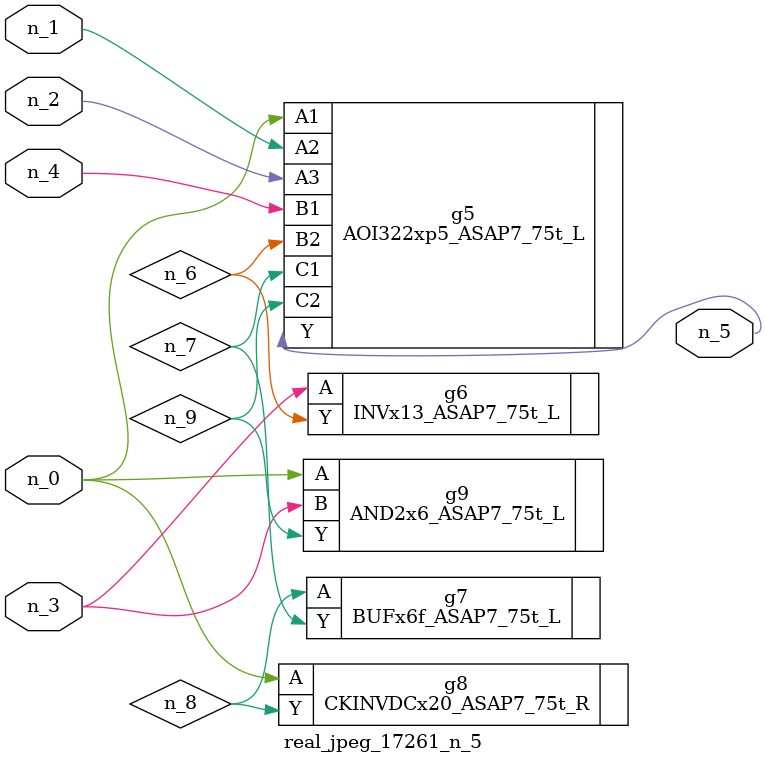
<source format=v>
module real_jpeg_17261_n_5 (n_4, n_0, n_1, n_2, n_3, n_5);

input n_4;
input n_0;
input n_1;
input n_2;
input n_3;

output n_5;

wire n_8;
wire n_6;
wire n_7;
wire n_9;

AOI322xp5_ASAP7_75t_L g5 ( 
.A1(n_0),
.A2(n_1),
.A3(n_2),
.B1(n_4),
.B2(n_6),
.C1(n_7),
.C2(n_9),
.Y(n_5)
);

CKINVDCx20_ASAP7_75t_R g8 ( 
.A(n_0),
.Y(n_8)
);

AND2x6_ASAP7_75t_L g9 ( 
.A(n_0),
.B(n_3),
.Y(n_9)
);

INVx13_ASAP7_75t_L g6 ( 
.A(n_3),
.Y(n_6)
);

BUFx6f_ASAP7_75t_L g7 ( 
.A(n_8),
.Y(n_7)
);


endmodule
</source>
